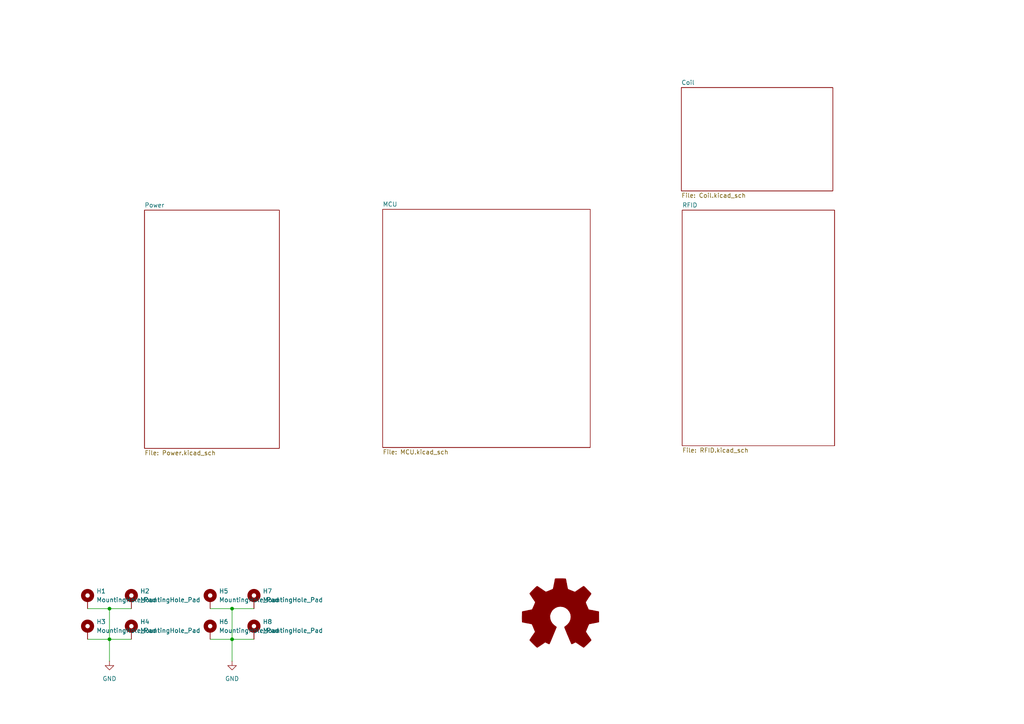
<source format=kicad_sch>
(kicad_sch (version 20250114) (generator "eeschema") (generator_version "9.0")
  (paper "A4")
  (lib_symbols
    (symbol "Graphic:Logo_Open_Hardware_Large" (in_bom no) (on_board no)
      (symbol "Logo_Open_Hardware_Large_1_1"
        (polyline (pts (xy 6.731 -8.7122) (xy 6.6294 -8.6614) (xy 6.35 -8.4836) (xy 5.9944 -8.255) (xy 5.5372 -7.9502) (xy 5.1054 -7.6454) (xy 4.7498 -7.4168) (xy 4.4958 -7.239) (xy 4.3942 -7.1882) (xy 4.318 -7.2136) (xy 4.1148 -7.3152) (xy 3.81 -7.4676) (xy 3.6322 -7.5692) (xy 3.3528 -7.6708) (xy 3.2258 -7.6962) (xy 3.2004 -7.6708) (xy 3.0988 -7.4676) (xy 2.9464 -7.0866) (xy 2.7178 -6.604) (xy 2.4892 -6.0452) (xy 2.2352 -5.4356) (xy 1.9558 -4.826) (xy 1.7272 -4.2164) (xy 1.4986 -3.683) (xy 1.3208 -3.2512) (xy 1.2192 -2.9464) (xy 1.1684 -2.8194) (xy 1.1938 -2.794) (xy 1.3208 -2.667) (xy 1.5748 -2.4892) (xy 2.0828 -2.0574) (xy 2.6162 -1.397) (xy 2.921 -0.6604) (xy 3.048 0.1524) (xy 2.9464 0.9144) (xy 2.6416 1.6256) (xy 2.1336 2.286) (xy 1.524 2.7686) (xy 0.8128 3.0734) (xy 0 3.175) (xy -0.762 3.0988) (xy -1.4986 2.794) (xy -2.159 2.286) (xy -2.4384 1.9812) (xy -2.8194 1.3208) (xy -3.048 0.6096) (xy -3.0734 0.4318) (xy -3.0226 -0.3556) (xy -2.794 -1.0922) (xy -2.3876 -1.7526) (xy -1.8288 -2.3114) (xy -1.7526 -2.3622) (xy -1.4732 -2.5654) (xy -1.2954 -2.6924) (xy -1.1684 -2.8194) (xy -2.159 -5.207) (xy -2.3114 -5.588) (xy -2.5908 -6.2484) (xy -2.8194 -6.8072) (xy -3.0226 -7.2644) (xy -3.1496 -7.5692) (xy -3.2258 -7.6708) (xy -3.2258 -7.6962) (xy -3.302 -7.6962) (xy -3.4798 -7.6454) (xy -3.8354 -7.4676) (xy -4.0386 -7.366) (xy -4.2926 -7.239) (xy -4.4196 -7.1882) (xy -4.5212 -7.239) (xy -4.7498 -7.3914) (xy -5.1054 -7.6454) (xy -5.5372 -7.9248) (xy -5.9436 -8.2042) (xy -6.3246 -8.4582) (xy -6.604 -8.636) (xy -6.731 -8.7122) (xy -6.7564 -8.7122) (xy -6.858 -8.636) (xy -7.0866 -8.4582) (xy -7.4168 -8.1534) (xy -7.874 -7.6962) (xy -7.9502 -7.62) (xy -8.3312 -7.239) (xy -8.636 -6.9088) (xy -8.8392 -6.6802) (xy -8.9154 -6.5786) (xy -8.9154 -6.5786) (xy -8.8392 -6.4516) (xy -8.6614 -6.1722) (xy -8.4328 -5.7912) (xy -8.128 -5.3594) (xy -7.3152 -4.191) (xy -7.7724 -3.0988) (xy -7.8994 -2.7686) (xy -8.0772 -2.3622) (xy -8.2042 -2.0828) (xy -8.255 -1.9558) (xy -8.382 -1.905) (xy -8.6614 -1.8542) (xy -9.0932 -1.7526) (xy -9.6266 -1.651) (xy -10.1092 -1.5748) (xy -10.541 -1.4732) (xy -10.8712 -1.4224) (xy -11.0236 -1.397) (xy -11.049 -1.3716) (xy -11.0744 -1.2954) (xy -11.0998 -1.143) (xy -11.0998 -0.889) (xy -11.1252 -0.4572) (xy -11.1252 0.1524) (xy -11.1252 0.2286) (xy -11.0998 0.8128) (xy -11.0998 1.27) (xy -11.0744 1.5494) (xy -11.0744 1.6764) (xy -11.0744 1.6764) (xy -10.922 1.7018) (xy -10.6172 1.778) (xy -10.16 1.8542) (xy -9.652 1.9558) (xy -9.6012 1.9812) (xy -9.0932 2.0828) (xy -8.636 2.159) (xy -8.3312 2.2352) (xy -8.2042 2.286) (xy -8.1788 2.3114) (xy -8.0772 2.5146) (xy -7.9248 2.8448) (xy -7.747 3.2512) (xy -7.5692 3.6576) (xy -7.4168 4.0386) (xy -7.3152 4.318) (xy -7.2898 4.445) (xy -7.2898 4.445) (xy -7.366 4.572) (xy -7.5438 4.826) (xy -7.7978 5.207) (xy -8.128 5.6642) (xy -8.128 5.6896) (xy -8.4328 6.1468) (xy -8.6868 6.5278) (xy -8.8392 6.7818) (xy -8.9154 6.9088) (xy -8.9154 6.9088) (xy -8.8138 7.0358) (xy -8.5852 7.2898) (xy -8.255 7.6454) (xy -7.874 8.0264) (xy -7.747 8.1534) (xy -7.3152 8.5852) (xy -7.0104 8.8646) (xy -6.8326 8.9916) (xy -6.731 9.0424) (xy -6.731 9.0424) (xy -6.604 8.9408) (xy -6.3246 8.763) (xy -5.9436 8.509) (xy -5.4864 8.2042) (xy -5.461 8.1788) (xy -5.0038 7.874) (xy -4.6482 7.62) (xy -4.3688 7.4422) (xy -4.2672 7.3914) (xy -4.2418 7.3914) (xy -4.064 7.4422) (xy -3.7338 7.5438) (xy -3.3528 7.6962) (xy -2.9464 7.874) (xy -2.5654 8.0264) (xy -2.286 8.1534) (xy -2.159 8.2296) (xy -2.159 8.2296) (xy -2.1082 8.382) (xy -2.032 8.7122) (xy -1.9304 9.1694) (xy -1.8288 9.7282) (xy -1.8034 9.8044) (xy -1.7018 10.3378) (xy -1.6256 10.7696) (xy -1.5748 11.0744) (xy -1.524 11.2014) (xy -1.4478 11.2268) (xy -1.1938 11.2522) (xy -0.8128 11.2522) (xy -0.3302 11.2522) (xy 0.1524 11.2522) (xy 0.6604 11.2522) (xy 1.0668 11.2268) (xy 1.3716 11.2014) (xy 1.4986 11.176) (xy 1.4986 11.176) (xy 1.5494 11.0236) (xy 1.6256 10.6934) (xy 1.7018 10.2108) (xy 1.8288 9.6774) (xy 1.8288 9.5758) (xy 1.9304 9.0424) (xy 2.032 8.6106) (xy 2.0828 8.3058) (xy 2.1336 8.2042) (xy 2.159 8.1788) (xy 2.3876 8.0772) (xy 2.7432 7.9248) (xy 3.175 7.747) (xy 4.191 7.3406) (xy 5.461 8.2042) (xy 5.5626 8.2804) (xy 6.0198 8.5852) (xy 6.3754 8.8392) (xy 6.6294 8.9916) (xy 6.7564 9.0424) (xy 6.7564 9.0424) (xy 6.8834 8.9408) (xy 7.1374 8.7122) (xy 7.4676 8.382) (xy 7.8486 7.9756) (xy 8.1534 7.6962) (xy 8.4836 7.3406) (xy 8.7122 7.112) (xy 8.8392 6.9596) (xy 8.8646 6.858) (xy 8.8646 6.8072) (xy 8.7884 6.6802) (xy 8.6106 6.4008) (xy 8.3312 6.0198) (xy 8.0264 5.588) (xy 7.7978 5.207) (xy 7.5184 4.8006) (xy 7.3406 4.4958) (xy 7.2898 4.3434) (xy 7.2898 4.2926) (xy 7.3914 4.0386) (xy 7.5184 3.683) (xy 7.7216 3.2258) (xy 8.1534 2.2352) (xy 8.7884 2.1082) (xy 9.1948 2.0574) (xy 9.7536 1.9304) (xy 10.2616 1.8288) (xy 11.0998 1.6764) (xy 11.1252 -1.3208) (xy 10.9982 -1.3716) (xy 10.8712 -1.397) (xy 10.5664 -1.4732) (xy 10.1346 -1.5494) (xy 9.6266 -1.651) (xy 9.1948 -1.7272) (xy 8.7376 -1.8288) (xy 8.4328 -1.8796) (xy 8.2804 -1.905) (xy 8.255 -1.9558) (xy 8.1534 -2.159) (xy 7.9756 -2.5146) (xy 7.8232 -2.921) (xy 7.6454 -3.3274) (xy 7.493 -3.7338) (xy 7.366 -4.0132) (xy 7.3406 -4.191) (xy 7.3914 -4.2926) (xy 7.5692 -4.5466) (xy 7.7978 -4.9276) (xy 8.1026 -5.3594) (xy 8.4074 -5.7912) (xy 8.6614 -6.1722) (xy 8.8138 -6.4262) (xy 8.89 -6.5532) (xy 8.8646 -6.6548) (xy 8.6868 -6.858) (xy 8.3566 -7.1882) (xy 7.874 -7.6708) (xy 7.7978 -7.747) (xy 7.3914 -8.128) (xy 7.0612 -8.4328) (xy 6.8326 -8.636) (xy 6.731 -8.7122)) (fill (type outline)))
      )
    )
    (symbol "Mechanical:MountingHole_Pad" (pin_numbers (hide yes)) (pin_names (offset 1.016) (hide yes)) (in_bom no)
      (property "Reference" "H" (at 0 6.35 0))
      (property "Value" "MountingHole_Pad" (at 0 4.445 0))
      (symbol "MountingHole_Pad_0_1"
        (circle (center 0 1.27) (radius 1.27) (stroke (width 1.27)))
      )
      (symbol "MountingHole_Pad_1_1"
        (pin input line (at 0 -2.54 90) (length 2.54) (name "1") (number "1"))
      )
    )
    (symbol "power:GND" (power) (pin_numbers (hide yes)) (pin_names (offset 0) (hide yes))
      (property "Value" "GND" (at 0 -3.81 0))
      (symbol "GND_0_1"
        (polyline (pts (xy 0 0) (xy 0 -1.27) (xy 1.27 -1.27) (xy 0 -2.54) (xy -1.27 -1.27) (xy 0 -1.27)))
      )
      (symbol "GND_1_1"
        (pin power_in line (at 0 0 270) (length 0) (name "~") (number "1"))
      )
    )
  )
  (junction (at 31.75 185.42))
  (junction (at 67.31 185.42))
  (junction (at 31.75 176.53))
  (junction (at 67.31 176.53))
  (wire (pts (xy 31.75 176.53) (xy 31.75 185.42)))
  (wire (pts (xy 67.31 185.42) (xy 67.31 191.77)))
  (wire (pts (xy 60.96 176.53) (xy 67.31 176.53)))
  (wire (pts (xy 31.75 185.42) (xy 38.1 185.42)))
  (wire (pts (xy 67.31 176.53) (xy 67.31 185.42)))
  (wire (pts (xy 67.31 176.53) (xy 73.66 176.53)))
  (wire (pts (xy 67.31 185.42) (xy 73.66 185.42)))
  (wire (pts (xy 25.4 176.53) (xy 31.75 176.53)))
  (wire (pts (xy 31.75 176.53) (xy 38.1 176.53)))
  (wire (pts (xy 60.96 185.42) (xy 67.31 185.42)))
  (wire (pts (xy 31.75 185.42) (xy 31.75 191.77)))
  (wire (pts (xy 25.4 185.42) (xy 31.75 185.42)))
  (symbol (lib_id "Mechanical:MountingHole_Pad") (at 73.66 173.99 0) (unit 1) (in_bom no)
    (property "Reference" "H7" (at 76.2 171.4499 0) (effects (justify left)))
    (property "Value" "MountingHole_Pad" (at 76.2 173.9899 0) (effects (justify left)))
    (property "Footprint" "MountingHole:MountingHole_2.5mm_Pad" (effects (hide yes)))
    (property "Description" "Mounting Hole with connection" (effects (hide yes)))
  )
  (symbol (lib_id "Mechanical:MountingHole_Pad") (at 38.1 182.88 0) (unit 1) (in_bom no)
    (property "Reference" "H4" (at 40.64 180.3399 0) (effects (justify left)))
    (property "Value" "MountingHole_Pad" (at 40.64 182.8799 0) (effects (justify left)))
    (property "Footprint" "MountingHole:MountingHole_2.5mm_Pad" (effects (hide yes)))
    (property "Description" "Mounting Hole with connection" (effects (hide yes)))
  )
  (symbol (lib_id "Mechanical:MountingHole_Pad") (at 60.96 182.88 0) (unit 1) (in_bom no)
    (property "Reference" "H6" (at 63.5 180.3399 0) (effects (justify left)))
    (property "Value" "MountingHole_Pad" (at 63.5 182.8799 0) (effects (justify left)))
    (property "Footprint" "MountingHole:MountingHole_2.5mm_Pad" (effects (hide yes)))
    (property "Description" "Mounting Hole with connection" (effects (hide yes)))
  )
  (symbol (lib_id "power:GND") (at 67.31 191.77 0) (unit 1)
    (property "Reference" "#PWR026" (effects (hide yes)))
    (property "Value" "GND" (at 67.31 196.85 0))
    (property "Description" "Power symbol creates a global label with name \"GND\" , ground" (effects (hide yes)))
  )
  (symbol (lib_id "power:GND") (at 31.75 191.77 0) (unit 1)
    (property "Reference" "#PWR023" (effects (hide yes)))
    (property "Value" "GND" (at 31.75 196.85 0))
    (property "Description" "Power symbol creates a global label with name \"GND\" , ground" (effects (hide yes)))
  )
  (symbol (lib_id "Mechanical:MountingHole_Pad") (at 73.66 182.88 0) (unit 1) (in_bom no)
    (property "Reference" "H8" (at 76.2 180.3399 0) (effects (justify left)))
    (property "Value" "MountingHole_Pad" (at 76.2 182.8799 0) (effects (justify left)))
    (property "Footprint" "MountingHole:MountingHole_2.5mm_Pad" (effects (hide yes)))
    (property "Description" "Mounting Hole with connection" (effects (hide yes)))
  )
  (symbol (lib_id "Graphic:Logo_Open_Hardware_Large") (at 162.56 179.07 0) (unit 1) (exclude_from_sim yes) (in_bom no) (on_board no)
    (property "Reference" "#SYM1" (effects (hide yes)))
    (property "Value" "Logo_Open_Hardware_Large" (effects (hide yes)))
    (property "Description" "Open Hardware logo, large" (effects (hide yes)))
  )
  (symbol (lib_id "Mechanical:MountingHole_Pad") (at 25.4 173.99 0) (unit 1) (in_bom no)
    (property "Reference" "H1" (at 27.94 171.4499 0) (effects (justify left)))
    (property "Value" "MountingHole_Pad" (at 27.94 173.9899 0) (effects (justify left)))
    (property "Footprint" "MountingHole:MountingHole_2.5mm_Pad" (effects (hide yes)))
    (property "Description" "Mounting Hole with connection" (effects (hide yes)))
  )
  (symbol (lib_id "Mechanical:MountingHole_Pad") (at 60.96 173.99 0) (unit 1) (in_bom no)
    (property "Reference" "H5" (at 63.5 171.4499 0) (effects (justify left)))
    (property "Value" "MountingHole_Pad" (at 63.5 173.9899 0) (effects (justify left)))
    (property "Footprint" "MountingHole:MountingHole_2.5mm_Pad" (effects (hide yes)))
    (property "Description" "Mounting Hole with connection" (effects (hide yes)))
  )
  (symbol (lib_id "Mechanical:MountingHole_Pad") (at 25.4 182.88 0) (unit 1) (in_bom no)
    (property "Reference" "H3" (at 27.94 180.3399 0) (effects (justify left)))
    (property "Value" "MountingHole_Pad" (at 27.94 182.8799 0) (effects (justify left)))
    (property "Footprint" "MountingHole:MountingHole_2.5mm_Pad" (effects (hide yes)))
    (property "Description" "Mounting Hole with connection" (effects (hide yes)))
  )
  (symbol (lib_id "Mechanical:MountingHole_Pad") (at 38.1 173.99 0) (unit 1) (in_bom no)
    (property "Reference" "H2" (at 40.64 171.4499 0) (effects (justify left)))
    (property "Value" "MountingHole_Pad" (at 40.64 173.9899 0) (effects (justify left)))
    (property "Footprint" "MountingHole:MountingHole_2.5mm_Pad" (effects (hide yes)))
    (property "Description" "Mounting Hole with connection" (effects (hide yes)))
  )
  (sheet (at 197.612 25.4) (size 43.942 29.972) (stroke (width 0.1524))
    (property "Sheetname" "Coil" (at 197.612 24.6884 0) (effects (justify left bottom)))
    (property "Sheetfile" "Coil.kicad_sch" (at 197.612 55.9566 0) (effects (justify left top)))
  )
  (sheet (at 197.866 60.96) (size 44.196 68.326) (stroke (width 0.1524))
    (property "Sheetname" "RFID" (at 197.866 60.2484 0) (effects (justify left bottom)))
    (property "Sheetfile" "RFID.kicad_sch" (at 197.866 129.8706 0) (effects (justify left top)))
  )
  (sheet (at 110.998 60.706) (size 60.198 69.088) (stroke (width 0.1524))
    (property "Sheetname" "MCU" (at 110.998 59.9944 0) (effects (justify left bottom)))
    (property "Sheetfile" "MCU.kicad_sch" (at 110.998 130.3786 0) (effects (justify left top)))
  )
  (sheet (at 41.91 60.96) (size 39.116 69.088) (stroke (width 0.1524))
    (property "Sheetname" "Power" (at 41.91 60.2484 0) (effects (justify left bottom)))
    (property "Sheetfile" "Power.kicad_sch" (at 41.91 130.6326 0) (effects (justify left top)))
  )
)
</source>
